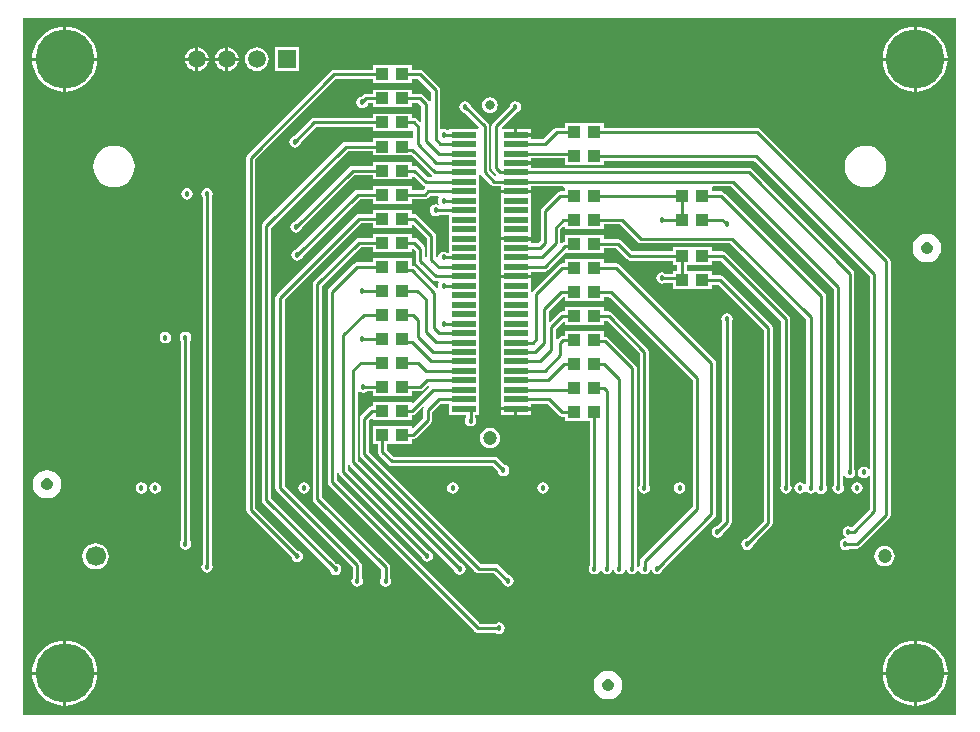
<source format=gbl>
G04*
G04 #@! TF.GenerationSoftware,Altium Limited,Altium Designer,19.0.15 (446)*
G04*
G04 Layer_Physical_Order=4*
G04 Layer_Color=16711680*
%FSLAX43Y43*%
%MOMM*%
G71*
G01*
G75*
%ADD14C,0.254*%
%ADD17R,1.100X1.000*%
%ADD33C,1.700*%
%ADD35C,0.800*%
%ADD37C,1.200*%
%ADD38C,5.000*%
%ADD39R,1.500X1.500*%
%ADD40C,1.500*%
%ADD41C,0.457*%
%ADD42R,2.000X0.500*%
G36*
X79500Y500D02*
X500D01*
Y59500D01*
X79500D01*
Y500D01*
D02*
G37*
%LPC*%
G36*
X76127Y58753D02*
Y56127D01*
X78753D01*
X78729Y56432D01*
X78627Y56854D01*
X78461Y57254D01*
X78235Y57624D01*
X77953Y57953D01*
X77624Y58235D01*
X77254Y58461D01*
X76854Y58627D01*
X76432Y58729D01*
X76127Y58753D01*
D02*
G37*
G36*
X75873D02*
X75568Y58729D01*
X75146Y58627D01*
X74746Y58461D01*
X74376Y58235D01*
X74047Y57953D01*
X73765Y57624D01*
X73539Y57254D01*
X73373Y56854D01*
X73271Y56432D01*
X73247Y56127D01*
X75873D01*
Y58753D01*
D02*
G37*
G36*
X4127D02*
Y56127D01*
X6753D01*
X6729Y56432D01*
X6627Y56854D01*
X6461Y57254D01*
X6235Y57624D01*
X5953Y57953D01*
X5624Y58235D01*
X5254Y58461D01*
X4854Y58627D01*
X4432Y58729D01*
X4127Y58753D01*
D02*
G37*
G36*
X3873D02*
X3568Y58729D01*
X3146Y58627D01*
X2746Y58461D01*
X2376Y58235D01*
X2047Y57953D01*
X1765Y57624D01*
X1539Y57254D01*
X1373Y56854D01*
X1271Y56432D01*
X1247Y56127D01*
X3873D01*
Y58753D01*
D02*
G37*
G36*
X15319Y56996D02*
Y56127D01*
X16188D01*
X16170Y56262D01*
X16069Y56506D01*
X15908Y56716D01*
X15698Y56877D01*
X15454Y56978D01*
X15319Y56996D01*
D02*
G37*
G36*
X17859D02*
Y56127D01*
X18728D01*
X18710Y56262D01*
X18609Y56506D01*
X18448Y56716D01*
X18238Y56877D01*
X17994Y56978D01*
X17859Y56996D01*
D02*
G37*
G36*
X15065Y56996D02*
X14930Y56978D01*
X14686Y56877D01*
X14476Y56716D01*
X14315Y56506D01*
X14214Y56262D01*
X14196Y56127D01*
X15065D01*
Y56996D01*
D02*
G37*
G36*
X17605D02*
X17470Y56978D01*
X17226Y56877D01*
X17016Y56716D01*
X16855Y56506D01*
X16754Y56262D01*
X16736Y56127D01*
X17605D01*
Y56996D01*
D02*
G37*
G36*
X18728Y55873D02*
X17859D01*
Y55004D01*
X17994Y55022D01*
X18238Y55123D01*
X18448Y55284D01*
X18609Y55494D01*
X18710Y55738D01*
X18728Y55873D01*
D02*
G37*
G36*
X16188D02*
X15319D01*
Y55004D01*
X15454Y55022D01*
X15698Y55123D01*
X15908Y55284D01*
X16069Y55494D01*
X16170Y55738D01*
X16188Y55873D01*
D02*
G37*
G36*
X17605D02*
X16736D01*
X16754Y55738D01*
X16855Y55494D01*
X17016Y55284D01*
X17226Y55123D01*
X17470Y55022D01*
X17605Y55004D01*
Y55873D01*
D02*
G37*
G36*
X15065D02*
X14196D01*
X14214Y55738D01*
X14315Y55494D01*
X14476Y55284D01*
X14686Y55123D01*
X14930Y55022D01*
X15065Y55004D01*
Y55873D01*
D02*
G37*
G36*
X23816Y57004D02*
X21808D01*
Y54996D01*
X23816D01*
Y57004D01*
D02*
G37*
G36*
X20272Y57013D02*
X20010Y56978D01*
X19766Y56877D01*
X19556Y56716D01*
X19395Y56506D01*
X19294Y56262D01*
X19259Y56000D01*
X19294Y55738D01*
X19395Y55494D01*
X19556Y55284D01*
X19766Y55123D01*
X20010Y55022D01*
X20272Y54987D01*
X20534Y55022D01*
X20778Y55123D01*
X20988Y55284D01*
X21149Y55494D01*
X21250Y55738D01*
X21285Y56000D01*
X21250Y56262D01*
X21149Y56506D01*
X20988Y56716D01*
X20778Y56877D01*
X20534Y56978D01*
X20272Y57013D01*
D02*
G37*
G36*
X78753Y55873D02*
X76127D01*
Y53247D01*
X76432Y53271D01*
X76854Y53373D01*
X77254Y53539D01*
X77624Y53765D01*
X77953Y54047D01*
X78235Y54376D01*
X78461Y54746D01*
X78627Y55146D01*
X78729Y55568D01*
X78753Y55873D01*
D02*
G37*
G36*
X75873D02*
X73247D01*
X73271Y55568D01*
X73373Y55146D01*
X73539Y54746D01*
X73765Y54376D01*
X74047Y54047D01*
X74376Y53765D01*
X74746Y53539D01*
X75146Y53373D01*
X75568Y53271D01*
X75873Y53247D01*
Y55873D01*
D02*
G37*
G36*
X6753D02*
X4127D01*
Y53247D01*
X4432Y53271D01*
X4854Y53373D01*
X5254Y53539D01*
X5624Y53765D01*
X5953Y54047D01*
X6235Y54376D01*
X6461Y54746D01*
X6627Y55146D01*
X6729Y55568D01*
X6753Y55873D01*
D02*
G37*
G36*
X3873D02*
X1247D01*
X1271Y55568D01*
X1373Y55146D01*
X1539Y54746D01*
X1765Y54376D01*
X2047Y54047D01*
X2376Y53765D01*
X2746Y53539D01*
X3146Y53373D01*
X3568Y53271D01*
X3873Y53247D01*
Y55873D01*
D02*
G37*
G36*
X31787Y55458D02*
X31695D01*
X31660Y55458D01*
X30087D01*
Y55092D01*
X26805D01*
X26656Y55063D01*
X26530Y54979D01*
X19489Y47938D01*
X19405Y47812D01*
X19376Y47663D01*
X19376Y17828D01*
X19405Y17679D01*
X19489Y17553D01*
X23219Y13823D01*
X23242Y13707D01*
X23349Y13547D01*
X23509Y13441D01*
X23697Y13403D01*
X23885Y13441D01*
X24045Y13547D01*
X24152Y13707D01*
X24189Y13895D01*
X24152Y14083D01*
X24045Y14243D01*
X23885Y14350D01*
X23769Y14373D01*
X20152Y17989D01*
X20152Y47502D01*
X26966Y54315D01*
X30087D01*
Y53950D01*
X31660D01*
X31695Y53950D01*
X31787D01*
X31822Y53950D01*
X33395D01*
Y54315D01*
X33913D01*
X35012Y53217D01*
Y52444D01*
X34885Y52406D01*
X34848Y52461D01*
X34366Y52943D01*
X34240Y53027D01*
X34091Y53056D01*
X33395D01*
Y53422D01*
X31822D01*
X31787Y53422D01*
X31695D01*
X31660Y53422D01*
X30087D01*
Y53056D01*
X29535D01*
X29386Y53027D01*
X29260Y52943D01*
X29119Y52802D01*
X29003Y52779D01*
X28843Y52672D01*
X28736Y52512D01*
X28699Y52324D01*
X28736Y52136D01*
X28843Y51976D01*
X29003Y51869D01*
X29191Y51832D01*
X29379Y51869D01*
X29539Y51976D01*
X29646Y52136D01*
X29669Y52252D01*
X29696Y52279D01*
X30087D01*
Y51914D01*
X31660D01*
X31695Y51914D01*
X31787D01*
X31822Y51914D01*
X33395D01*
Y52279D01*
X33930D01*
X34185Y52025D01*
Y50716D01*
X34058Y50664D01*
X33815Y50907D01*
X33689Y50991D01*
X33540Y51020D01*
X33395D01*
Y51386D01*
X31822D01*
X31787Y51386D01*
X31695D01*
X31660Y51386D01*
X30087D01*
Y51020D01*
X25134D01*
X24985Y50991D01*
X24859Y50907D01*
X23423Y49471D01*
X23307Y49448D01*
X23147Y49341D01*
X23040Y49181D01*
X23003Y48993D01*
X23040Y48805D01*
X23147Y48645D01*
X23307Y48539D01*
X23495Y48501D01*
X23683Y48539D01*
X23843Y48645D01*
X23950Y48805D01*
X23973Y48921D01*
X25295Y50243D01*
X30087D01*
Y49878D01*
X31660D01*
X31695Y49878D01*
X31787D01*
X31822Y49878D01*
X33395D01*
Y49878D01*
X33521Y49875D01*
Y49352D01*
X33395Y49350D01*
Y49350D01*
X31822D01*
X31787Y49350D01*
X31695D01*
X31660Y49350D01*
X30087D01*
Y48984D01*
X27797D01*
X27648Y48955D01*
X27522Y48871D01*
X20807Y42156D01*
X20723Y42030D01*
X20694Y41881D01*
Y18669D01*
X20723Y18520D01*
X20807Y18394D01*
X26461Y12741D01*
X26484Y12624D01*
X26591Y12465D01*
X26750Y12358D01*
X26938Y12321D01*
X27127Y12358D01*
X27286Y12465D01*
X27393Y12624D01*
X27430Y12812D01*
X27393Y13001D01*
X27286Y13160D01*
X27127Y13267D01*
X27010Y13290D01*
X21470Y18830D01*
Y41720D01*
X27958Y48207D01*
X30087D01*
Y47842D01*
X31660D01*
X31695Y47842D01*
X31787D01*
X31822Y47842D01*
X33379D01*
X35092Y46128D01*
X35107Y46118D01*
X35069Y45991D01*
X34734D01*
X33891Y46835D01*
X33765Y46919D01*
X33616Y46948D01*
X33395D01*
Y47314D01*
X31822D01*
X31787Y47314D01*
X31695D01*
X31660Y47314D01*
X30087D01*
Y46948D01*
X28372D01*
X28223Y46919D01*
X28097Y46835D01*
X23522Y42260D01*
X23406Y42237D01*
X23246Y42130D01*
X23139Y41970D01*
X23102Y41782D01*
X23139Y41594D01*
X23246Y41434D01*
X23406Y41328D01*
X23594Y41290D01*
X23782Y41328D01*
X23942Y41434D01*
X24048Y41594D01*
X24072Y41710D01*
X28533Y46171D01*
X30087D01*
Y45806D01*
X31660D01*
X31695Y45806D01*
X31787D01*
X31822Y45806D01*
X33395D01*
Y46052D01*
X33522Y46105D01*
X34298Y45328D01*
X34424Y45244D01*
X34480Y45233D01*
X34507Y45098D01*
X34476Y45078D01*
X34311Y44912D01*
X33395D01*
Y45278D01*
X31822D01*
X31787Y45278D01*
X31695D01*
X31660Y45278D01*
X30087D01*
Y44912D01*
X28805D01*
X28656Y44883D01*
X28530Y44799D01*
X23614Y39882D01*
X23497Y39859D01*
X23338Y39752D01*
X23231Y39593D01*
X23194Y39404D01*
X23231Y39216D01*
X23338Y39057D01*
X23497Y38950D01*
X23685Y38913D01*
X23874Y38950D01*
X24033Y39057D01*
X24140Y39216D01*
X24163Y39333D01*
X28966Y44135D01*
X30087D01*
Y43770D01*
X31660D01*
X31695Y43770D01*
X31787D01*
X31822Y43770D01*
X33395D01*
Y44135D01*
X34472D01*
X34621Y44165D01*
X34747Y44249D01*
X34912Y44414D01*
X35644D01*
X35712Y44287D01*
X35645Y44188D01*
X35608Y44000D01*
X35645Y43812D01*
X35697Y43735D01*
X35606Y43643D01*
X35588Y43655D01*
X35400Y43692D01*
X35212Y43655D01*
X35052Y43548D01*
X34945Y43388D01*
X34908Y43200D01*
X34945Y43012D01*
X35052Y42852D01*
X35212Y42745D01*
X35400Y42708D01*
X35588Y42745D01*
X35687Y42812D01*
X36546D01*
Y41896D01*
Y41096D01*
Y40296D01*
Y39588D01*
X36387D01*
X36288Y39655D01*
X36100Y39692D01*
X35912Y39655D01*
X35752Y39548D01*
X35645Y39388D01*
X35623Y39273D01*
X35486Y39212D01*
X35440Y39242D01*
Y41026D01*
X35411Y41174D01*
X35327Y41300D01*
X33864Y42763D01*
X33738Y42847D01*
X33590Y42876D01*
X33395D01*
Y43242D01*
X31822D01*
X31787Y43242D01*
X31695D01*
X31660Y43242D01*
X30087D01*
Y42876D01*
X28928D01*
X28779Y42847D01*
X28653Y42763D01*
X21950Y36060D01*
X21866Y35934D01*
X21837Y35785D01*
Y19685D01*
X21866Y19536D01*
X21950Y19410D01*
X28376Y12985D01*
Y12092D01*
X28309Y11993D01*
X28272Y11805D01*
X28309Y11617D01*
X28416Y11457D01*
X28576Y11351D01*
X28764Y11313D01*
X28952Y11351D01*
X29112Y11457D01*
X29219Y11617D01*
X29256Y11805D01*
X29219Y11993D01*
X29152Y12092D01*
Y13146D01*
X29123Y13295D01*
X29039Y13421D01*
X22613Y19846D01*
Y35624D01*
X29089Y42099D01*
X30087D01*
Y41734D01*
X31660D01*
X31695Y41734D01*
X31787D01*
X31822Y41734D01*
X33395D01*
Y41954D01*
X33522Y42006D01*
X34664Y40865D01*
Y39220D01*
X34537Y39152D01*
X34513Y39168D01*
Y39930D01*
X34484Y40079D01*
X34400Y40205D01*
X33878Y40727D01*
X33752Y40811D01*
X33603Y40840D01*
X33395D01*
Y41206D01*
X31822D01*
X31787Y41206D01*
X31695D01*
X31660Y41206D01*
X30087D01*
Y40840D01*
X28924D01*
X28775Y40811D01*
X28649Y40727D01*
X25125Y37203D01*
X25041Y37077D01*
X25012Y36928D01*
Y18764D01*
X25041Y18615D01*
X25125Y18489D01*
X30776Y12839D01*
Y12092D01*
X30709Y11993D01*
X30672Y11805D01*
X30709Y11617D01*
X30816Y11457D01*
X30976Y11351D01*
X31164Y11313D01*
X31352Y11351D01*
X31512Y11457D01*
X31618Y11617D01*
X31656Y11805D01*
X31618Y11993D01*
X31552Y12092D01*
Y13000D01*
X31523Y13149D01*
X31439Y13275D01*
X25788Y18925D01*
Y36767D01*
X29085Y40063D01*
X30087D01*
Y39698D01*
X31660D01*
X31695Y39698D01*
X31787D01*
X31822Y39698D01*
X33395D01*
Y39931D01*
X33522Y39984D01*
X33737Y39769D01*
Y38902D01*
X33766Y38753D01*
X33850Y38627D01*
X35152Y37325D01*
X35278Y37241D01*
X35427Y37212D01*
X35642D01*
X35710Y37085D01*
X35645Y36988D01*
X35608Y36800D01*
X35620Y36742D01*
X35520Y36597D01*
X35495Y36593D01*
X33713Y38375D01*
X33587Y38459D01*
X33439Y38488D01*
X33395D01*
Y39170D01*
X31822D01*
X31787Y39170D01*
X31695D01*
X31660Y39170D01*
X30087D01*
Y38788D01*
X28764D01*
X28615Y38759D01*
X28489Y38675D01*
X26389Y36575D01*
X26305Y36449D01*
X26276Y36300D01*
Y20170D01*
X26305Y20021D01*
X26389Y19895D01*
X38754Y7530D01*
X38880Y7446D01*
X39029Y7417D01*
X40480D01*
X40579Y7351D01*
X40767Y7313D01*
X40955Y7351D01*
X41115Y7457D01*
X41222Y7617D01*
X41259Y7805D01*
X41222Y7993D01*
X41115Y8153D01*
X40955Y8260D01*
X40767Y8297D01*
X40579Y8260D01*
X40480Y8193D01*
X39190D01*
X27052Y20331D01*
Y21016D01*
X27179Y21028D01*
X27205Y20899D01*
X27289Y20773D01*
X34216Y13846D01*
X34239Y13730D01*
X34346Y13570D01*
X34506Y13464D01*
X34694Y13426D01*
X34882Y13464D01*
X35042Y13570D01*
X35148Y13730D01*
X35186Y13918D01*
X35148Y14106D01*
X35042Y14266D01*
X34882Y14373D01*
X34766Y14396D01*
X27952Y21209D01*
Y21732D01*
X28079Y21745D01*
X28089Y21696D01*
X28173Y21570D01*
X36969Y12775D01*
X36992Y12658D01*
X37099Y12499D01*
X37258Y12392D01*
X37446Y12355D01*
X37635Y12392D01*
X37794Y12499D01*
X37901Y12658D01*
X37938Y12847D01*
X37901Y13035D01*
X37794Y13194D01*
X37635Y13301D01*
X37518Y13324D01*
X28836Y22006D01*
Y27852D01*
X28963Y27892D01*
X29100Y27801D01*
X29288Y27764D01*
X29476Y27801D01*
X29575Y27867D01*
X30087D01*
Y27502D01*
X31660D01*
X31695Y27502D01*
X31787D01*
X31822Y27502D01*
X33395D01*
Y27867D01*
X34098D01*
X34247Y27897D01*
X34373Y27981D01*
X34785Y28394D01*
X34864Y28384D01*
X34886Y28349D01*
X34909Y28254D01*
X33512Y26856D01*
X33395Y26905D01*
Y26978D01*
X31822D01*
X31787Y26978D01*
X31695D01*
X31660Y26978D01*
X30087D01*
Y26612D01*
X30037D01*
X29888Y26583D01*
X29762Y26499D01*
X29089Y25826D01*
X29005Y25700D01*
X28976Y25551D01*
Y22550D01*
X29005Y22401D01*
X29089Y22275D01*
X38774Y12590D01*
X38900Y12506D01*
X39049Y12477D01*
X40314D01*
X41057Y11733D01*
X41074Y11647D01*
X41181Y11487D01*
X41341Y11380D01*
X41529Y11343D01*
X41717Y11380D01*
X41877Y11487D01*
X41984Y11647D01*
X42021Y11835D01*
X41984Y12023D01*
X41877Y12183D01*
X41717Y12290D01*
X41571Y12319D01*
X40750Y13140D01*
X40624Y13224D01*
X40475Y13253D01*
X39210D01*
X29752Y22711D01*
Y25390D01*
X29969Y25607D01*
X30087Y25558D01*
Y25470D01*
X31660D01*
X31695Y25470D01*
X31787D01*
X31822Y25470D01*
X33395D01*
Y25835D01*
X33429D01*
X33578Y25865D01*
X33704Y25949D01*
X34348Y26593D01*
X34446Y26512D01*
X34377Y26409D01*
X34347Y26260D01*
Y25626D01*
X33512Y24790D01*
X33395Y24839D01*
Y24946D01*
X31822D01*
X31787Y24946D01*
X31695D01*
X31660Y24946D01*
X30087D01*
Y23438D01*
X30502D01*
Y22769D01*
X30532Y22621D01*
X30616Y22495D01*
X31443Y21667D01*
X31569Y21583D01*
X31718Y21554D01*
X40225D01*
X40670Y21108D01*
X40693Y20992D01*
X40800Y20832D01*
X40960Y20726D01*
X41148Y20688D01*
X41336Y20726D01*
X41496Y20832D01*
X41603Y20992D01*
X41640Y21180D01*
X41603Y21368D01*
X41496Y21528D01*
X41336Y21635D01*
X41220Y21658D01*
X40661Y22217D01*
X40535Y22301D01*
X40386Y22330D01*
X31879D01*
X31279Y22930D01*
Y23438D01*
X31660D01*
X31695Y23438D01*
X31787D01*
X31822Y23438D01*
X33395D01*
Y23804D01*
X33463D01*
X33612Y23833D01*
X33738Y23917D01*
X35011Y25190D01*
X35095Y25316D01*
X35124Y25465D01*
Y26099D01*
X35837Y26812D01*
X36546D01*
Y25896D01*
X37976D01*
Y25677D01*
X37909Y25578D01*
X37872Y25390D01*
X37909Y25202D01*
X38016Y25042D01*
X38176Y24936D01*
X38364Y24898D01*
X38552Y24936D01*
X38712Y25042D01*
X38819Y25202D01*
X38856Y25390D01*
X38819Y25578D01*
X38752Y25677D01*
Y25896D01*
X39054D01*
Y26696D01*
Y27496D01*
Y28296D01*
Y29096D01*
Y29896D01*
Y30696D01*
Y31496D01*
Y32296D01*
Y33096D01*
Y33896D01*
Y34696D01*
Y35496D01*
Y36296D01*
Y37096D01*
Y37896D01*
Y38696D01*
Y39496D01*
Y40296D01*
Y41096D01*
Y41896D01*
Y42696D01*
Y43496D01*
Y44296D01*
Y45096D01*
Y46374D01*
X39181Y46386D01*
X39205Y46265D01*
X39289Y46139D01*
X40103Y45325D01*
X40229Y45241D01*
X40377Y45212D01*
X40946D01*
Y44927D01*
X43454D01*
Y45212D01*
X46229D01*
X46341Y45085D01*
Y44810D01*
X45975D01*
X45826Y44781D01*
X45700Y44697D01*
X44435Y43432D01*
X44351Y43306D01*
X44322Y43157D01*
Y40612D01*
X44098Y40388D01*
X43454D01*
Y40673D01*
X40946D01*
Y40296D01*
Y39496D01*
Y38696D01*
Y37896D01*
Y37727D01*
X43454D01*
Y38012D01*
X44634D01*
X44783Y38041D01*
X44909Y38125D01*
X46379Y39596D01*
X47914D01*
X47949Y39596D01*
X48041D01*
X48076Y39596D01*
X49649D01*
Y39961D01*
X50713D01*
X51617Y39057D01*
X51743Y38973D01*
X51892Y38944D01*
X55469D01*
Y38578D01*
X55885D01*
Y38050D01*
X55469D01*
Y37842D01*
X54851D01*
X54752Y37908D01*
X54564Y37945D01*
X54376Y37908D01*
X54216Y37801D01*
X54109Y37641D01*
X54072Y37453D01*
X54109Y37265D01*
X54216Y37105D01*
X54376Y36999D01*
X54564Y36961D01*
X54752Y36999D01*
X54851Y37065D01*
X55469D01*
Y36542D01*
X57042D01*
X57077Y36542D01*
X57169D01*
X57204Y36542D01*
X58777D01*
Y36908D01*
X59365D01*
X63176Y33097D01*
Y16862D01*
X62082Y15769D01*
X61716Y15403D01*
X61600Y15380D01*
X61440Y15273D01*
X61333Y15113D01*
X61296Y14925D01*
X61333Y14737D01*
X61440Y14577D01*
X61600Y14470D01*
X61788Y14433D01*
X61976Y14470D01*
X62136Y14577D01*
X62243Y14737D01*
X62266Y14853D01*
X62632Y15219D01*
X63839Y16426D01*
X63923Y16552D01*
X63952Y16701D01*
Y33258D01*
X63923Y33407D01*
X63839Y33533D01*
X59801Y37571D01*
X59675Y37655D01*
X59526Y37685D01*
X58777D01*
Y38050D01*
X57204D01*
X57169Y38050D01*
X57077D01*
X57042Y38050D01*
X56661D01*
Y38578D01*
X57042D01*
X57077Y38578D01*
X57169D01*
X57204Y38578D01*
X58777D01*
Y38944D01*
X59538D01*
X64676Y33806D01*
Y19972D01*
X64609Y19873D01*
X64572Y19685D01*
X64609Y19497D01*
X64716Y19337D01*
X64876Y19230D01*
X65064Y19193D01*
X65252Y19230D01*
X65412Y19337D01*
X65519Y19497D01*
X65556Y19685D01*
X65519Y19873D01*
X65452Y19972D01*
Y33967D01*
X65423Y34116D01*
X65339Y34242D01*
X59974Y39607D01*
X59848Y39691D01*
X59699Y39721D01*
X58777D01*
Y40086D01*
X57204D01*
X57169Y40086D01*
X57077D01*
X57042Y40086D01*
X55469D01*
Y39721D01*
X52053D01*
X51149Y40625D01*
X51023Y40709D01*
X50874Y40738D01*
X49649D01*
Y41104D01*
X48076D01*
X48041Y41104D01*
X47949D01*
X47914Y41104D01*
X46341D01*
Y40516D01*
X46217Y40491D01*
X46091Y40407D01*
X46079Y40395D01*
X45952Y40447D01*
Y41576D01*
X46224Y41848D01*
X46341Y41799D01*
Y41632D01*
X47914D01*
X47949Y41632D01*
X48041D01*
X48076Y41632D01*
X49649D01*
Y41997D01*
X51052D01*
X52524Y40525D01*
X52650Y40441D01*
X52799Y40412D01*
X60356D01*
X66795Y33973D01*
Y20094D01*
X66751Y20053D01*
X66612Y20033D01*
X66452Y20140D01*
X66264Y20177D01*
X66076Y20140D01*
X65916Y20033D01*
X65809Y19873D01*
X65772Y19685D01*
X65809Y19497D01*
X65916Y19337D01*
X66076Y19230D01*
X66264Y19193D01*
X66452Y19230D01*
X66612Y19337D01*
X66647Y19390D01*
X66800D01*
X66835Y19337D01*
X66995Y19230D01*
X67183Y19193D01*
X67371Y19230D01*
X67531Y19337D01*
X67550Y19366D01*
X67677D01*
X67716Y19308D01*
X67876Y19201D01*
X68064Y19164D01*
X68252Y19201D01*
X68412Y19308D01*
X68519Y19468D01*
X68556Y19656D01*
X68519Y19844D01*
X68452Y19943D01*
Y35920D01*
X68423Y36069D01*
X68339Y36195D01*
X59837Y44697D01*
X59711Y44781D01*
X59562Y44811D01*
X58867D01*
X58777Y44900D01*
X58777Y45176D01*
X58889Y45212D01*
X60403D01*
X69112Y36503D01*
Y19972D01*
X69046Y19873D01*
X69008Y19685D01*
X69046Y19497D01*
X69152Y19337D01*
X69312Y19230D01*
X69500Y19193D01*
X69688Y19230D01*
X69848Y19337D01*
X69955Y19497D01*
X69992Y19685D01*
X69955Y19873D01*
X69888Y19972D01*
Y20728D01*
X70006Y20804D01*
X70015Y20803D01*
X70116Y20652D01*
X70276Y20545D01*
X70464Y20508D01*
X70652Y20545D01*
X70812Y20652D01*
X70919Y20812D01*
X70956Y21000D01*
X70919Y21188D01*
X70852Y21287D01*
Y37838D01*
X70823Y37987D01*
X70739Y38113D01*
X62177Y46675D01*
X62051Y46759D01*
X61902Y46788D01*
X43454Y46788D01*
Y47073D01*
X42200D01*
Y47327D01*
X43454D01*
Y47614D01*
X46341D01*
Y47008D01*
X47914D01*
X47949Y47008D01*
X48041D01*
X48076Y47008D01*
X49649D01*
Y47373D01*
X62403D01*
X72176Y37601D01*
Y21332D01*
X72049Y21293D01*
X72012Y21348D01*
X71852Y21455D01*
X71664Y21492D01*
X71476Y21455D01*
X71316Y21348D01*
X71209Y21188D01*
X71172Y21000D01*
X71209Y20812D01*
X71316Y20652D01*
X71476Y20545D01*
X71664Y20508D01*
X71852Y20545D01*
X72012Y20652D01*
X72049Y20707D01*
X72176Y20669D01*
Y17861D01*
X70658Y16343D01*
X70645D01*
X70546Y16410D01*
X70358Y16447D01*
X70170Y16410D01*
X70010Y16303D01*
X69903Y16143D01*
X69866Y15955D01*
X69903Y15767D01*
X70010Y15607D01*
X70113Y15538D01*
X70111Y15507D01*
X70075Y15411D01*
X69916Y15380D01*
X69756Y15273D01*
X69649Y15113D01*
X69612Y14925D01*
X69649Y14737D01*
X69756Y14577D01*
X69916Y14470D01*
X70104Y14433D01*
X70292Y14470D01*
X70391Y14537D01*
X71059D01*
X71208Y14566D01*
X71334Y14650D01*
X73808Y17124D01*
X73892Y17250D01*
X73921Y17399D01*
Y38878D01*
X73892Y39027D01*
X73808Y39153D01*
X62888Y50073D01*
X62762Y50157D01*
X62613Y50186D01*
X49649D01*
Y50552D01*
X48076D01*
X48041Y50552D01*
X47949D01*
X47914Y50552D01*
X46341D01*
Y50186D01*
X45688D01*
X45539Y50157D01*
X45413Y50073D01*
X44532Y49191D01*
X43454D01*
Y49473D01*
X42200D01*
Y49600D01*
X42073D01*
Y50104D01*
X41054D01*
X41001Y50231D01*
X42236Y51465D01*
X42352Y51488D01*
X42512Y51595D01*
X42619Y51755D01*
X42656Y51943D01*
X42619Y52131D01*
X42512Y52291D01*
X42352Y52398D01*
X42164Y52435D01*
X41976Y52398D01*
X41816Y52291D01*
X41709Y52131D01*
X41686Y52015D01*
X40238Y50567D01*
X40154Y50441D01*
X40125Y50292D01*
Y46781D01*
X40154Y46632D01*
X40238Y46506D01*
X40550Y46195D01*
X40511Y46054D01*
X40480Y46046D01*
X39952Y46574D01*
Y50292D01*
X39923Y50441D01*
X39839Y50567D01*
X38391Y52015D01*
X38368Y52131D01*
X38261Y52291D01*
X38101Y52398D01*
X37913Y52435D01*
X37725Y52398D01*
X37565Y52291D01*
X37458Y52131D01*
X37421Y51943D01*
X37458Y51755D01*
X37565Y51595D01*
X37725Y51488D01*
X37841Y51465D01*
X39091Y50216D01*
X39023Y50104D01*
X36546D01*
Y49988D01*
X36387D01*
X36288Y50055D01*
X36100Y50092D01*
X35915Y50055D01*
X35893Y50052D01*
X35788Y50123D01*
Y53378D01*
X35759Y53526D01*
X35675Y53652D01*
X34348Y54979D01*
X34222Y55063D01*
X34074Y55092D01*
X33395D01*
Y55458D01*
X31822D01*
X31787Y55458D01*
D02*
G37*
G36*
X40000Y52760D02*
X39829Y52737D01*
X39670Y52671D01*
X39534Y52567D01*
X39429Y52430D01*
X39363Y52271D01*
X39340Y52100D01*
X39363Y51929D01*
X39429Y51770D01*
X39534Y51634D01*
X39670Y51529D01*
X39829Y51463D01*
X40000Y51440D01*
X40171Y51463D01*
X40330Y51529D01*
X40466Y51634D01*
X40571Y51770D01*
X40637Y51929D01*
X40660Y52100D01*
X40637Y52271D01*
X40571Y52430D01*
X40466Y52567D01*
X40330Y52671D01*
X40171Y52737D01*
X40000Y52760D01*
D02*
G37*
G36*
X43454Y50104D02*
X42327D01*
Y49727D01*
X43454D01*
Y50104D01*
D02*
G37*
G36*
X71813Y48667D02*
X71469Y48634D01*
X71139Y48533D01*
X70834Y48370D01*
X70567Y48151D01*
X70348Y47884D01*
X70185Y47579D01*
X70084Y47249D01*
X70051Y46905D01*
X70084Y46561D01*
X70185Y46231D01*
X70348Y45926D01*
X70567Y45659D01*
X70834Y45440D01*
X71139Y45277D01*
X71469Y45176D01*
X71813Y45143D01*
X72157Y45176D01*
X72487Y45277D01*
X72792Y45440D01*
X73059Y45659D01*
X73278Y45926D01*
X73441Y46231D01*
X73542Y46561D01*
X73575Y46905D01*
X73542Y47249D01*
X73441Y47579D01*
X73278Y47884D01*
X73059Y48151D01*
X72792Y48370D01*
X72487Y48533D01*
X72157Y48634D01*
X71813Y48667D01*
D02*
G37*
G36*
X8173D02*
X7829Y48634D01*
X7499Y48533D01*
X7194Y48370D01*
X6927Y48151D01*
X6708Y47884D01*
X6545Y47579D01*
X6444Y47249D01*
X6411Y46905D01*
X6444Y46561D01*
X6545Y46231D01*
X6708Y45926D01*
X6927Y45659D01*
X7194Y45440D01*
X7499Y45277D01*
X7829Y45176D01*
X8173Y45143D01*
X8517Y45176D01*
X8847Y45277D01*
X9152Y45440D01*
X9419Y45659D01*
X9638Y45926D01*
X9801Y46231D01*
X9902Y46561D01*
X9935Y46905D01*
X9902Y47249D01*
X9801Y47579D01*
X9638Y47884D01*
X9419Y48151D01*
X9152Y48370D01*
X8847Y48533D01*
X8517Y48634D01*
X8173Y48667D01*
D02*
G37*
G36*
X14363Y45088D02*
X14175Y45051D01*
X14015Y44944D01*
X13909Y44784D01*
X13871Y44596D01*
X13909Y44408D01*
X14015Y44248D01*
X14175Y44141D01*
X14363Y44104D01*
X14552Y44141D01*
X14711Y44248D01*
X14818Y44408D01*
X14855Y44596D01*
X14818Y44784D01*
X14711Y44944D01*
X14552Y45051D01*
X14363Y45088D01*
D02*
G37*
G36*
X43454Y44673D02*
X40946D01*
Y44296D01*
Y43496D01*
Y42696D01*
Y41896D01*
Y41096D01*
Y40927D01*
X43454D01*
Y41096D01*
Y41896D01*
Y42696D01*
Y43496D01*
Y44296D01*
Y44673D01*
D02*
G37*
G36*
X76882Y41200D02*
X76650Y41154D01*
X76432Y41063D01*
X76235Y40932D01*
X76068Y40765D01*
X75937Y40568D01*
X75846Y40350D01*
X75800Y40118D01*
X75800Y40000D01*
X75800Y39882D01*
X75846Y39650D01*
X75937Y39432D01*
X76068Y39235D01*
X76235Y39068D01*
X76432Y38937D01*
X76650Y38846D01*
X76882Y38800D01*
X77000Y38800D01*
X77118D01*
X77350Y38846D01*
X77568Y38937D01*
X77765Y39068D01*
X77932Y39235D01*
X78063Y39432D01*
X78154Y39650D01*
X78200Y39882D01*
Y40000D01*
X78200Y40000D01*
X78200Y40118D01*
X78154Y40350D01*
X78063Y40568D01*
X77932Y40765D01*
X77765Y40932D01*
X77568Y41063D01*
X77350Y41154D01*
X77118Y41200D01*
X77000Y41200D01*
X77000Y41200D01*
X76882Y41200D01*
D02*
G37*
G36*
X48041Y39068D02*
X47949D01*
X47914Y39068D01*
X46341D01*
Y38702D01*
X46136D01*
X45987Y38673D01*
X45861Y38589D01*
X43625Y36353D01*
X43581Y36286D01*
X43528Y36290D01*
X43454Y36325D01*
Y37096D01*
Y37473D01*
X40946D01*
Y37096D01*
Y36296D01*
Y35496D01*
Y34696D01*
Y33896D01*
Y33096D01*
Y32296D01*
Y31496D01*
Y30696D01*
Y29896D01*
Y29096D01*
Y28296D01*
Y27496D01*
Y26696D01*
Y26527D01*
X43454D01*
Y26814D01*
X44821D01*
X45813Y25822D01*
X45939Y25738D01*
X46088Y25708D01*
X46341D01*
Y25343D01*
X47914D01*
X47949Y25343D01*
X48041D01*
X48076Y25343D01*
X48457D01*
Y13147D01*
X48395Y13053D01*
X48357Y12865D01*
X48395Y12677D01*
X48501Y12517D01*
X48661Y12410D01*
X48849Y12373D01*
X49037Y12410D01*
X49197Y12517D01*
X49304Y12677D01*
X49315Y12736D01*
X49445D01*
X49456Y12677D01*
X49563Y12517D01*
X49723Y12410D01*
X49911Y12373D01*
X50099Y12410D01*
X50259Y12517D01*
X50366Y12677D01*
X50378Y12737D01*
X50507D01*
X50519Y12677D01*
X50626Y12517D01*
X50785Y12410D01*
X50973Y12373D01*
X51162Y12410D01*
X51321Y12517D01*
X51428Y12677D01*
X51440Y12735D01*
X51569D01*
X51580Y12677D01*
X51687Y12517D01*
X51847Y12410D01*
X52035Y12373D01*
X52223Y12410D01*
X52383Y12517D01*
X52489Y12677D01*
X52502Y12738D01*
X52631D01*
X52643Y12677D01*
X52750Y12517D01*
X52910Y12410D01*
X53098Y12373D01*
X53286Y12410D01*
X53446Y12517D01*
X53553Y12677D01*
X53564Y12736D01*
X53694D01*
X53706Y12677D01*
X53812Y12517D01*
X53972Y12410D01*
X54160Y12373D01*
X54348Y12410D01*
X54508Y12517D01*
X54615Y12677D01*
X54638Y12793D01*
X59039Y17194D01*
X59123Y17320D01*
X59152Y17469D01*
Y30263D01*
X59123Y30412D01*
X59039Y30538D01*
X50988Y38589D01*
X50862Y38673D01*
X50713Y38702D01*
X49649D01*
Y39068D01*
X48076D01*
X48041Y39068D01*
D02*
G37*
G36*
X12527Y32913D02*
X12339Y32876D01*
X12179Y32769D01*
X12073Y32609D01*
X12035Y32421D01*
X12073Y32233D01*
X12179Y32073D01*
X12339Y31967D01*
X12527Y31929D01*
X12715Y31967D01*
X12875Y32073D01*
X12982Y32233D01*
X13019Y32421D01*
X12982Y32609D01*
X12875Y32769D01*
X12715Y32876D01*
X12527Y32913D01*
D02*
G37*
G36*
X43454Y26273D02*
X42327D01*
Y25896D01*
X43454D01*
Y26273D01*
D02*
G37*
G36*
X42073D02*
X40946D01*
Y25896D01*
X42073D01*
Y26273D01*
D02*
G37*
G36*
X40000Y24761D02*
X39777Y24732D01*
X39569Y24646D01*
X39391Y24509D01*
X39254Y24331D01*
X39168Y24123D01*
X39139Y23900D01*
X39168Y23677D01*
X39254Y23469D01*
X39391Y23291D01*
X39569Y23154D01*
X39777Y23068D01*
X40000Y23039D01*
X40223Y23068D01*
X40431Y23154D01*
X40609Y23291D01*
X40746Y23469D01*
X40832Y23677D01*
X40861Y23900D01*
X40832Y24123D01*
X40746Y24331D01*
X40609Y24509D01*
X40431Y24646D01*
X40223Y24732D01*
X40000Y24761D01*
D02*
G37*
G36*
X71074Y20177D02*
X70885Y20140D01*
X70726Y20033D01*
X70619Y19873D01*
X70582Y19685D01*
X70619Y19497D01*
X70726Y19337D01*
X70885Y19230D01*
X71074Y19193D01*
X71262Y19230D01*
X71421Y19337D01*
X71528Y19497D01*
X71565Y19685D01*
X71528Y19873D01*
X71421Y20033D01*
X71262Y20140D01*
X71074Y20177D01*
D02*
G37*
G36*
X44500D02*
X44312Y20140D01*
X44152Y20033D01*
X44045Y19873D01*
X44008Y19685D01*
X44045Y19497D01*
X44152Y19337D01*
X44312Y19230D01*
X44500Y19193D01*
X44688Y19230D01*
X44848Y19337D01*
X44954Y19497D01*
X44992Y19685D01*
X44954Y19873D01*
X44848Y20033D01*
X44688Y20140D01*
X44500Y20177D01*
D02*
G37*
G36*
X36864D02*
X36676Y20140D01*
X36516Y20033D01*
X36410Y19873D01*
X36372Y19685D01*
X36410Y19497D01*
X36516Y19337D01*
X36676Y19230D01*
X36864Y19193D01*
X37052Y19230D01*
X37212Y19337D01*
X37319Y19497D01*
X37356Y19685D01*
X37319Y19873D01*
X37212Y20033D01*
X37052Y20140D01*
X36864Y20177D01*
D02*
G37*
G36*
X24257D02*
X24069Y20140D01*
X23909Y20033D01*
X23802Y19873D01*
X23765Y19685D01*
X23802Y19497D01*
X23909Y19337D01*
X24069Y19230D01*
X24257Y19193D01*
X24445Y19230D01*
X24605Y19337D01*
X24712Y19497D01*
X24749Y19685D01*
X24712Y19873D01*
X24605Y20033D01*
X24445Y20140D01*
X24257Y20177D01*
D02*
G37*
G36*
X11664D02*
X11476Y20140D01*
X11316Y20033D01*
X11209Y19873D01*
X11172Y19685D01*
X11209Y19497D01*
X11316Y19337D01*
X11476Y19230D01*
X11664Y19193D01*
X11852Y19230D01*
X12012Y19337D01*
X12119Y19497D01*
X12156Y19685D01*
X12119Y19873D01*
X12012Y20033D01*
X11852Y20140D01*
X11664Y20177D01*
D02*
G37*
G36*
X10500D02*
X10312Y20140D01*
X10152Y20033D01*
X10045Y19873D01*
X10008Y19685D01*
X10045Y19497D01*
X10152Y19337D01*
X10312Y19230D01*
X10500Y19193D01*
X10688Y19230D01*
X10848Y19337D01*
X10955Y19497D01*
X10992Y19685D01*
X10955Y19873D01*
X10848Y20033D01*
X10688Y20140D01*
X10500Y20177D01*
D02*
G37*
G36*
X2382Y21200D02*
X2150Y21154D01*
X1932Y21063D01*
X1735Y20932D01*
X1568Y20765D01*
X1437Y20568D01*
X1346Y20350D01*
X1300Y20118D01*
X1300Y20000D01*
X1300Y19882D01*
X1346Y19650D01*
X1437Y19432D01*
X1568Y19235D01*
X1735Y19068D01*
X1932Y18937D01*
X2150Y18846D01*
X2382Y18800D01*
X2500Y18800D01*
X2618D01*
X2850Y18846D01*
X3068Y18937D01*
X3265Y19068D01*
X3432Y19235D01*
X3563Y19432D01*
X3654Y19650D01*
X3700Y19882D01*
Y20000D01*
X3700Y20000D01*
X3700Y20118D01*
X3654Y20350D01*
X3563Y20568D01*
X3432Y20765D01*
X3265Y20932D01*
X3068Y21063D01*
X2850Y21154D01*
X2618Y21200D01*
X2500Y21200D01*
X2500Y21200D01*
X2382Y21200D01*
D02*
G37*
G36*
X60071Y34468D02*
X59883Y34431D01*
X59723Y34324D01*
X59616Y34165D01*
X59579Y33977D01*
X59616Y33788D01*
X59683Y33689D01*
Y16925D01*
X59190Y16433D01*
X59074Y16410D01*
X58914Y16303D01*
X58807Y16143D01*
X58770Y15955D01*
X58807Y15767D01*
X58914Y15607D01*
X59074Y15500D01*
X59262Y15463D01*
X59450Y15500D01*
X59610Y15607D01*
X59717Y15767D01*
X59740Y15883D01*
X60346Y16489D01*
X60430Y16615D01*
X60459Y16764D01*
Y33689D01*
X60526Y33788D01*
X60563Y33977D01*
X60526Y34165D01*
X60419Y34324D01*
X60259Y34431D01*
X60071Y34468D01*
D02*
G37*
G36*
X14224Y32913D02*
X14036Y32876D01*
X13876Y32769D01*
X13769Y32609D01*
X13732Y32421D01*
X13769Y32233D01*
X13836Y32134D01*
Y15244D01*
X13769Y15145D01*
X13732Y14957D01*
X13769Y14769D01*
X13876Y14609D01*
X14036Y14502D01*
X14224Y14465D01*
X14412Y14502D01*
X14572Y14609D01*
X14679Y14769D01*
X14716Y14957D01*
X14679Y15145D01*
X14612Y15244D01*
Y32134D01*
X14679Y32233D01*
X14716Y32421D01*
X14679Y32609D01*
X14572Y32769D01*
X14412Y32876D01*
X14224Y32913D01*
D02*
G37*
G36*
X73414Y14766D02*
X73191Y14737D01*
X72983Y14651D01*
X72805Y14514D01*
X72668Y14336D01*
X72582Y14128D01*
X72553Y13905D01*
X72582Y13682D01*
X72668Y13474D01*
X72805Y13296D01*
X72983Y13159D01*
X73191Y13073D01*
X73414Y13044D01*
X73637Y13073D01*
X73845Y13159D01*
X74023Y13296D01*
X74160Y13474D01*
X74246Y13682D01*
X74275Y13905D01*
X74246Y14128D01*
X74160Y14336D01*
X74023Y14514D01*
X73845Y14651D01*
X73637Y14737D01*
X73414Y14766D01*
D02*
G37*
G36*
X6614Y15019D02*
X6326Y14981D01*
X6057Y14869D01*
X5827Y14692D01*
X5650Y14462D01*
X5538Y14193D01*
X5500Y13905D01*
X5538Y13617D01*
X5650Y13348D01*
X5827Y13118D01*
X6057Y12941D01*
X6326Y12829D01*
X6614Y12791D01*
X6902Y12829D01*
X7171Y12941D01*
X7401Y13118D01*
X7578Y13348D01*
X7690Y13617D01*
X7728Y13905D01*
X7690Y14193D01*
X7578Y14462D01*
X7401Y14692D01*
X7171Y14869D01*
X6902Y14981D01*
X6614Y15019D01*
D02*
G37*
G36*
X16060Y45088D02*
X15872Y45051D01*
X15712Y44944D01*
X15606Y44784D01*
X15568Y44596D01*
X15606Y44408D01*
X15672Y44309D01*
X15672Y13287D01*
X15606Y13188D01*
X15568Y13000D01*
X15606Y12812D01*
X15712Y12652D01*
X15872Y12545D01*
X16060Y12508D01*
X16248Y12545D01*
X16408Y12652D01*
X16515Y12812D01*
X16552Y13000D01*
X16515Y13188D01*
X16448Y13287D01*
X16448Y44309D01*
X16515Y44408D01*
X16552Y44596D01*
X16515Y44784D01*
X16408Y44944D01*
X16248Y45051D01*
X16060Y45088D01*
D02*
G37*
G36*
X76127Y6753D02*
Y4127D01*
X78753D01*
X78729Y4432D01*
X78627Y4854D01*
X78461Y5254D01*
X78235Y5624D01*
X77953Y5953D01*
X77624Y6235D01*
X77254Y6461D01*
X76854Y6627D01*
X76432Y6729D01*
X76127Y6753D01*
D02*
G37*
G36*
X75873D02*
X75568Y6729D01*
X75146Y6627D01*
X74746Y6461D01*
X74376Y6235D01*
X74047Y5953D01*
X73765Y5624D01*
X73539Y5254D01*
X73373Y4854D01*
X73271Y4432D01*
X73247Y4127D01*
X75873D01*
Y6753D01*
D02*
G37*
G36*
X4127D02*
Y4127D01*
X6753D01*
X6729Y4432D01*
X6627Y4854D01*
X6461Y5254D01*
X6235Y5624D01*
X5953Y5953D01*
X5624Y6235D01*
X5254Y6461D01*
X4854Y6627D01*
X4432Y6729D01*
X4127Y6753D01*
D02*
G37*
G36*
X3873D02*
X3568Y6729D01*
X3146Y6627D01*
X2746Y6461D01*
X2376Y6235D01*
X2047Y5953D01*
X1765Y5624D01*
X1539Y5254D01*
X1373Y4854D01*
X1271Y4432D01*
X1247Y4127D01*
X3873D01*
Y6753D01*
D02*
G37*
G36*
X49882Y4200D02*
X49650Y4154D01*
X49432Y4063D01*
X49235Y3932D01*
X49068Y3765D01*
X48937Y3568D01*
X48846Y3350D01*
X48800Y3118D01*
X48800Y3000D01*
X48800Y2882D01*
X48846Y2650D01*
X48937Y2432D01*
X49068Y2235D01*
X49235Y2068D01*
X49432Y1936D01*
X49650Y1846D01*
X49882Y1800D01*
X50000Y1800D01*
X50118D01*
X50350Y1846D01*
X50568Y1937D01*
X50765Y2068D01*
X50932Y2235D01*
X51063Y2432D01*
X51154Y2650D01*
X51200Y2882D01*
Y3000D01*
X51200Y3000D01*
X51200Y3118D01*
X51154Y3350D01*
X51063Y3568D01*
X50932Y3765D01*
X50765Y3932D01*
X50568Y4063D01*
X50350Y4154D01*
X50118Y4200D01*
X50000Y4200D01*
X50000Y4200D01*
X49882Y4200D01*
D02*
G37*
G36*
X78753Y3873D02*
X76127D01*
Y1247D01*
X76432Y1271D01*
X76854Y1373D01*
X77254Y1539D01*
X77624Y1765D01*
X77953Y2047D01*
X78235Y2376D01*
X78461Y2746D01*
X78627Y3146D01*
X78729Y3568D01*
X78753Y3873D01*
D02*
G37*
G36*
X75873D02*
X73247D01*
X73271Y3568D01*
X73373Y3146D01*
X73539Y2746D01*
X73765Y2376D01*
X74047Y2047D01*
X74376Y1765D01*
X74746Y1539D01*
X75146Y1373D01*
X75568Y1271D01*
X75873Y1247D01*
Y3873D01*
D02*
G37*
G36*
X6753D02*
X4127D01*
Y1247D01*
X4432Y1271D01*
X4854Y1373D01*
X5254Y1539D01*
X5624Y1765D01*
X5953Y2047D01*
X6235Y2376D01*
X6461Y2746D01*
X6627Y3146D01*
X6729Y3568D01*
X6753Y3873D01*
D02*
G37*
G36*
X3873D02*
X1247D01*
X1271Y3568D01*
X1373Y3146D01*
X1539Y2746D01*
X1765Y2376D01*
X2047Y2047D01*
X2376Y1765D01*
X2746Y1539D01*
X3146Y1373D01*
X3568Y1271D01*
X3873Y1247D01*
Y3873D01*
D02*
G37*
%LPD*%
G36*
X77000Y40500D02*
X77000Y40500D01*
X77099Y40500D01*
X77283Y40424D01*
X77424Y40283D01*
X77500Y40099D01*
X77500Y40000D01*
Y40000D01*
X77500Y39901D01*
X77424Y39717D01*
X77283Y39576D01*
X77099Y39500D01*
X77000Y39500D01*
X76901Y39500D01*
X76717Y39576D01*
X76576Y39717D01*
X76500Y39901D01*
X76500Y40000D01*
X76500Y40099D01*
X76576Y40283D01*
X76717Y40424D01*
X76901Y40500D01*
X77000Y40500D01*
D02*
G37*
G36*
X57176Y28809D02*
Y18101D01*
X52823Y13749D01*
X52739Y13623D01*
X52710Y13474D01*
Y13152D01*
X52643Y13053D01*
X52631Y12992D01*
X52502D01*
X52489Y13053D01*
X52423Y13152D01*
Y29827D01*
X52394Y29976D01*
X52310Y30102D01*
X50039Y32373D01*
X49913Y32457D01*
X49764Y32486D01*
X49649D01*
Y32960D01*
X48076D01*
X48041Y32960D01*
X47949D01*
X47914Y32960D01*
X46341D01*
Y32594D01*
X46211D01*
X46062Y32565D01*
X45936Y32481D01*
X45727Y32272D01*
X45600Y32325D01*
Y33154D01*
X46214Y33768D01*
X46341Y33715D01*
Y33488D01*
X47914D01*
X47949Y33488D01*
X48041D01*
X48076Y33488D01*
X49649D01*
Y33853D01*
X49896D01*
X52676Y31074D01*
Y19972D01*
X52609Y19873D01*
X52572Y19685D01*
X52609Y19497D01*
X52716Y19337D01*
X52876Y19230D01*
X53064Y19193D01*
X53252Y19230D01*
X53412Y19337D01*
X53519Y19497D01*
X53556Y19685D01*
X53519Y19873D01*
X53452Y19972D01*
Y31235D01*
X53423Y31384D01*
X53339Y31510D01*
X50332Y34517D01*
X50206Y34601D01*
X50057Y34630D01*
X49649D01*
Y34996D01*
X48076D01*
X48041Y34996D01*
X47949D01*
X47914Y34996D01*
X46341D01*
Y34630D01*
X46139D01*
X45990Y34601D01*
X45864Y34517D01*
X45083Y33735D01*
X44965Y33784D01*
Y34655D01*
X46200Y35889D01*
X46341D01*
Y35524D01*
X47914D01*
X47949Y35524D01*
X48041D01*
X48076Y35524D01*
X49649D01*
Y35889D01*
X50095D01*
X57176Y28809D01*
D02*
G37*
%LPC*%
G36*
X56064Y20177D02*
X55876Y20140D01*
X55716Y20033D01*
X55610Y19873D01*
X55572Y19685D01*
X55610Y19497D01*
X55716Y19337D01*
X55876Y19230D01*
X56064Y19193D01*
X56252Y19230D01*
X56412Y19337D01*
X56519Y19497D01*
X56556Y19685D01*
X56519Y19873D01*
X56412Y20033D01*
X56252Y20140D01*
X56064Y20177D01*
D02*
G37*
%LPD*%
G36*
X2500Y20500D02*
X2500Y20500D01*
X2599Y20500D01*
X2783Y20424D01*
X2924Y20283D01*
X3000Y20099D01*
X3000Y20000D01*
Y20000D01*
X3000Y19901D01*
X2924Y19717D01*
X2783Y19576D01*
X2599Y19500D01*
X2500Y19500D01*
X2401Y19500D01*
X2217Y19576D01*
X2076Y19717D01*
X2000Y19901D01*
X2000Y20000D01*
X2000Y20099D01*
X2076Y20283D01*
X2217Y20424D01*
X2401Y20500D01*
X2500Y20500D01*
D02*
G37*
G36*
X50000Y3500D02*
X50000Y3500D01*
X50099Y3500D01*
X50283Y3424D01*
X50424Y3283D01*
X50500Y3099D01*
X50500Y3000D01*
Y3000D01*
X50500Y2901D01*
X50424Y2717D01*
X50283Y2576D01*
X50099Y2500D01*
X50000Y2500D01*
X49901Y2500D01*
X49717Y2576D01*
X49576Y2717D01*
X49500Y2901D01*
X49500Y3000D01*
X49500Y3099D01*
X49576Y3283D01*
X49717Y3424D01*
X49901Y3500D01*
X50000Y3500D01*
D02*
G37*
D14*
X38364Y25390D02*
Y26277D01*
X38241Y26400D02*
X38364Y26277D01*
X37800Y26400D02*
X38241D01*
X54564Y37453D02*
X56116D01*
X56273Y37296D01*
X54610Y42386D02*
X54610Y42386D01*
X56273D01*
X52799Y40800D02*
X60517D01*
X51213Y42386D02*
X52799Y40800D01*
X48845Y42386D02*
X51213D01*
X51892Y39332D02*
X56273D01*
X50874Y40350D02*
X51892Y39332D01*
X48845Y40350D02*
X50874D01*
X58764Y17469D02*
Y30263D01*
X50713Y38314D02*
X58764Y30263D01*
X48845Y38314D02*
X50713D01*
X37913Y51943D02*
X39564Y50292D01*
Y46414D02*
Y50292D01*
Y46414D02*
X40377Y45600D01*
X42200D01*
X40513Y50292D02*
X42164Y51943D01*
X40513Y46781D02*
Y50292D01*
Y46781D02*
X40894Y46400D01*
X42200D01*
X31164Y11805D02*
Y13000D01*
X28764Y11805D02*
Y13146D01*
X22225Y19685D02*
X28764Y13146D01*
X22225Y19685D02*
Y35785D01*
X29191Y52324D02*
X29535Y52668D01*
X26664Y20170D02*
X39029Y7805D01*
X40767D01*
X42200Y47203D02*
X43900D01*
X42200Y49603D02*
X43900D01*
X42200Y40803D02*
X43900D01*
X42200Y37603D02*
X43900D01*
X42200Y26403D02*
X43900D01*
X42200Y44803D02*
X43900D01*
X60564Y45600D02*
X69500Y36664D01*
Y19685D02*
Y36664D01*
X59562Y44422D02*
X68064Y35920D01*
Y19656D02*
Y35920D01*
X48845Y12865D02*
Y26097D01*
X57564Y17940D02*
Y28970D01*
X53098Y13474D02*
X57564Y17940D01*
X53098Y12865D02*
Y13474D01*
X54160Y12865D02*
X58764Y17469D01*
X72564Y17700D02*
Y37762D01*
X70819Y15955D02*
X72564Y17700D01*
X70358Y15955D02*
X70819D01*
X73533Y17399D02*
Y38878D01*
X71059Y14925D02*
X73533Y17399D01*
X70104Y14925D02*
X71059D01*
X62357Y15494D02*
X63564Y16701D01*
X61788Y14925D02*
X62357Y15494D01*
X59262Y15955D02*
X60071Y16764D01*
X26664Y20170D02*
Y36300D01*
X23697Y13895D02*
X23749D01*
X16060Y44596D02*
X16060Y13000D01*
X19764Y17828D02*
X23697Y13895D01*
X19764Y47663D02*
X19764Y17828D01*
X40475Y12865D02*
X41505Y11835D01*
X39049Y12865D02*
X40475D01*
X60071Y16764D02*
Y33977D01*
X29364Y22550D02*
X39049Y12865D01*
X28448Y21845D02*
X37446Y12847D01*
X28448Y21845D02*
Y29689D01*
X63564Y16701D02*
Y33258D01*
X21082Y18669D02*
X26938Y12812D01*
X21082Y18669D02*
Y41881D01*
X32566Y24192D02*
X33463D01*
X34736Y25465D02*
Y26260D01*
X33463Y24192D02*
X34736Y25465D01*
X34642Y28800D02*
X37800D01*
X34098Y28256D02*
X34642Y28800D01*
X32591Y28256D02*
X34098D01*
X34606Y29600D02*
X37800D01*
X33918Y30288D02*
X34606Y29600D01*
X32591Y30288D02*
X33918D01*
X35306Y33188D02*
Y36233D01*
X33439Y38100D02*
X35306Y36233D01*
X32906Y38100D02*
X33439D01*
X33429Y32005D02*
X35034Y30400D01*
X32905Y32005D02*
X33429D01*
X32591Y32320D02*
X32905Y32005D01*
X42200Y28803D02*
X44932D01*
X46299Y30170D02*
X47145D01*
X44932Y28803D02*
X46299Y30170D01*
X42200Y29603D02*
X44626D01*
X46211Y32206D02*
X47117D01*
X45964Y31959D02*
X46211Y32206D01*
X45964Y30941D02*
Y31959D01*
X46928Y40132D02*
X47145Y40350D01*
X46366Y40132D02*
X46928D01*
X44634Y38400D02*
X46366Y40132D01*
X28448Y29689D02*
X29047Y30288D01*
X29364Y25551D02*
X30037Y26224D01*
X29364Y22550D02*
Y25551D01*
X29535Y52668D02*
X30891D01*
X44577Y34816D02*
X46039Y36278D01*
X44577Y31955D02*
Y34816D01*
X43822Y31200D02*
X44577Y31955D01*
X42200Y27203D02*
X44982D01*
X46088Y26097D02*
X47145D01*
X44982Y27203D02*
X46088Y26097D01*
X44626Y29603D02*
X45964Y30941D01*
X45212Y33315D02*
X46139Y34242D01*
X45212Y31380D02*
Y33315D01*
X44232Y30400D02*
X45212Y31380D01*
X43900Y36078D02*
X46136Y38314D01*
X43900Y32289D02*
Y36078D01*
X43611Y32000D02*
X43900Y32289D01*
X42200Y32000D02*
X43611D01*
X46139Y34242D02*
X47145D01*
X46039Y36278D02*
X47145D01*
X46136Y38314D02*
X47145D01*
X46213Y42386D02*
X47145D01*
X45564Y41737D02*
X46213Y42386D01*
X45564Y40390D02*
Y41737D01*
X44374Y39200D02*
X45564Y40390D01*
X42200Y38400D02*
X44634D01*
X44710Y40451D02*
Y43157D01*
X44259Y40000D02*
X44710Y40451D01*
X42200Y40000D02*
X44259D01*
X42200Y39200D02*
X44374D01*
X44710Y43157D02*
X45975Y44422D01*
X35208Y28003D02*
X37800D01*
X33429Y26224D02*
X35208Y28003D01*
X32591Y26224D02*
X33429D01*
X35676Y27200D02*
X37800D01*
X34736Y26260D02*
X35676Y27200D01*
X35306Y33188D02*
X35694Y32800D01*
X33837Y36384D02*
X34573Y35648D01*
Y32906D02*
Y35648D01*
Y32906D02*
X35474Y32005D01*
X35694Y32800D02*
X37800D01*
X35474Y32005D02*
X37795D01*
X35159Y31200D02*
X37800D01*
X33909Y32450D02*
X35159Y31200D01*
X33909Y32450D02*
Y33909D01*
X35034Y30400D02*
X37800D01*
X32591Y38416D02*
X32906Y38100D01*
X35427Y37600D02*
X37800D01*
X34125Y38902D02*
X35427Y37600D01*
X34125Y38902D02*
Y39930D01*
X35670Y38400D02*
X37800D01*
X35052Y39018D02*
X35670Y38400D01*
X35052Y39018D02*
Y41026D01*
X33590Y42488D02*
X35052Y41026D01*
X33603Y40452D02*
X34125Y39930D01*
X32591Y40452D02*
X33603D01*
X35673Y48003D02*
X37800D01*
X34091Y52668D02*
X34573Y52186D01*
Y49103D02*
Y52186D01*
Y49103D02*
X35673Y48003D01*
X35474Y47203D02*
X37800D01*
X33540Y50632D02*
X33909Y50263D01*
Y48768D02*
Y50263D01*
Y48768D02*
X35474Y47203D01*
X35367Y46403D02*
X37800D01*
X33447Y48323D02*
X35367Y46403D01*
X32864Y48323D02*
X33447D01*
X32591Y48596D02*
X32864Y48323D01*
X35816Y48803D02*
X37800D01*
X35400Y49219D02*
X35816Y48803D01*
X35400Y49219D02*
Y53378D01*
X34074Y54704D02*
X35400Y53378D01*
X33466Y34352D02*
X33909Y33909D01*
X32591Y34352D02*
X33466D01*
X32591Y36384D02*
X33837D01*
X70464Y21000D02*
Y37838D01*
X25400Y18764D02*
X31164Y13000D01*
X25400Y18764D02*
Y36928D01*
X52035Y12865D02*
Y29827D01*
X49764Y32098D02*
X52035Y29827D01*
X49684Y30170D02*
X50973Y28881D01*
Y12865D02*
Y28881D01*
X59526Y37296D02*
X63564Y33258D01*
X50256Y36278D02*
X57564Y28970D01*
X34573Y45603D02*
X37800D01*
X33616Y46560D02*
X34573Y45603D01*
X32591Y46560D02*
X33616D01*
X67183Y19685D02*
Y34134D01*
X60517Y40800D02*
X67183Y34134D01*
X61902Y46400D02*
X70464Y37838D01*
X42200Y46400D02*
X61902Y46400D01*
X42200Y45600D02*
X60564Y45600D01*
X62564Y47762D02*
X72564Y37762D01*
X62613Y49798D02*
X73533Y38878D01*
X48845Y49798D02*
X62613D01*
X57973Y44422D02*
X59562D01*
X65064Y19685D02*
Y33967D01*
X59699Y39332D02*
X65064Y33967D01*
X57973Y39332D02*
X59699D01*
X57973Y37296D02*
X59526D01*
X48845Y47762D02*
X62564D01*
X14224Y14957D02*
Y32421D01*
X26805Y54704D02*
X30891D01*
X19764Y47663D02*
X26805Y54704D01*
X25134Y50632D02*
X30891D01*
X23495Y48993D02*
X25134Y50632D01*
X21082Y41881D02*
X27797Y48596D01*
X30891D01*
X29191Y36384D02*
X30891D01*
X23594Y41782D02*
X28372Y46560D01*
X30891D01*
X23685Y39404D02*
X28805Y44524D01*
X22225Y35785D02*
X28928Y42488D01*
X28805Y44524D02*
X30891D01*
X28924Y40452D02*
X30891D01*
X25400Y36928D02*
X28924Y40452D01*
X28928Y42488D02*
X30891D01*
X27564Y21048D02*
X34694Y13918D01*
X27564Y21048D02*
Y32615D01*
X26664Y36300D02*
X28764Y38400D01*
X27564Y32615D02*
X29301Y34352D01*
X30037Y26224D02*
X30891D01*
X28764Y38400D02*
X30875D01*
X30891Y38416D01*
X29301Y34352D02*
X30891D01*
X29047Y30288D02*
X30891D01*
X40386Y21942D02*
X41148Y21180D01*
X31718Y21942D02*
X40386D01*
X30891Y22769D02*
X31718Y21942D01*
X30891Y22769D02*
Y24192D01*
Y28256D02*
X30988D01*
X29288D02*
X30891D01*
X29191Y32320D02*
X30891D01*
X35400Y43200D02*
X37800D01*
X32591Y42488D02*
X33590D01*
X37795Y32005D02*
X37800Y32000D01*
X34751Y44803D02*
X37800D01*
X32591Y44524D02*
X34472D01*
X32591D02*
X32591D01*
X34472D02*
X34751Y44803D01*
X32591Y50632D02*
X33540D01*
X32591Y52668D02*
X34091D01*
X32591Y54704D02*
X34074D01*
X49911Y12865D02*
Y27879D01*
X49657Y28133D02*
X49911Y27879D01*
X48845Y34242D02*
X50057D01*
X53064Y31235D01*
Y19685D02*
Y31235D01*
X48845Y36278D02*
X50256D01*
X48953Y32098D02*
X49764D01*
X48845Y32206D02*
X48953Y32098D01*
X48845Y30170D02*
X49684D01*
X48845Y28133D02*
X49657D01*
X59693Y42386D02*
X60071Y42008D01*
X59436Y42386D02*
X59693D01*
X59436Y42386D02*
X59436Y42386D01*
X57973Y42386D02*
X59436D01*
X56273D02*
Y44422D01*
Y37296D02*
Y39332D01*
X48845Y44422D02*
X48846Y44422D01*
X56273D01*
X42200Y48803D02*
X44693D01*
X45688Y49798D02*
X47145D01*
X44693Y48803D02*
X45688Y49798D01*
X42200Y48003D02*
X46904D01*
X47145Y47762D01*
X45975Y44422D02*
X47145D01*
X42200Y31200D02*
X43822D01*
X42200Y30400D02*
X44232D01*
X42200Y28003D02*
X47015D01*
X47145Y28133D01*
Y30170D02*
X47245D01*
X36100Y44000D02*
X37800D01*
X36100Y39200D02*
X37800D01*
X36100Y36800D02*
X37800D01*
X36100Y33600D02*
X37800D01*
X36100Y49600D02*
X37800D01*
D17*
X30891Y34352D02*
D03*
X32591D02*
D03*
X32591Y46560D02*
D03*
X30891D02*
D03*
X32591Y44524D02*
D03*
X30891D02*
D03*
X32591Y42488D02*
D03*
X30891D02*
D03*
X32591Y40452D02*
D03*
X30891D02*
D03*
X48845Y32206D02*
D03*
X47145D02*
D03*
X48845Y26097D02*
D03*
X47145D02*
D03*
X57973Y37296D02*
D03*
X56273D02*
D03*
X57973Y39332D02*
D03*
X56273D02*
D03*
X57973Y42386D02*
D03*
X56273D02*
D03*
X57973Y44422D02*
D03*
X56273D02*
D03*
X48845Y40350D02*
D03*
X47145D02*
D03*
X48845Y42386D02*
D03*
X47145D02*
D03*
X48845Y44422D02*
D03*
X47145D02*
D03*
X48845Y34242D02*
D03*
X47145D02*
D03*
X48845Y36278D02*
D03*
X47145D02*
D03*
X48845Y38314D02*
D03*
X47145D02*
D03*
X48845Y49798D02*
D03*
X47145D02*
D03*
X48845Y47762D02*
D03*
X47145D02*
D03*
X48845Y30170D02*
D03*
X47145D02*
D03*
X48845Y28133D02*
D03*
X47145D02*
D03*
X32591Y30288D02*
D03*
X30891D02*
D03*
X32591Y28256D02*
D03*
X30891D02*
D03*
X32591Y26224D02*
D03*
X30891D02*
D03*
X32591Y24192D02*
D03*
X30891D02*
D03*
X32591Y54704D02*
D03*
X30891D02*
D03*
X32591Y52668D02*
D03*
X30891D02*
D03*
X32591Y50632D02*
D03*
X30891D02*
D03*
X32591Y48596D02*
D03*
X30891D02*
D03*
X32591Y32320D02*
D03*
X30891D02*
D03*
X32591Y38416D02*
D03*
X30891D02*
D03*
X32591Y36384D02*
D03*
X30891D02*
D03*
D33*
X6614Y13905D02*
D03*
D35*
X40000Y52100D02*
D03*
D37*
X73414Y13905D02*
D03*
X40000Y23900D02*
D03*
D38*
X4000Y56000D02*
D03*
Y4000D02*
D03*
X76000D02*
D03*
Y56000D02*
D03*
D39*
X22812D02*
D03*
D40*
X20272D02*
D03*
X17732D02*
D03*
X15192D02*
D03*
D41*
X54564Y37453D02*
D03*
X54610Y42386D02*
D03*
X37913Y51943D02*
D03*
X42164D02*
D03*
X31164Y11805D02*
D03*
X29191Y52324D02*
D03*
X40767Y7805D02*
D03*
X66294Y24162D02*
D03*
X68834Y26035D02*
D03*
X70104Y14925D02*
D03*
X44364Y7805D02*
D03*
X23697Y13895D02*
D03*
X41529Y11835D02*
D03*
X28764Y11805D02*
D03*
X16060Y13000D02*
D03*
X34694Y13918D02*
D03*
X70358Y15955D02*
D03*
X61788Y14925D02*
D03*
X59262Y15955D02*
D03*
X16060Y44596D02*
D03*
X60071Y33977D02*
D03*
X43900Y49603D02*
D03*
Y47203D02*
D03*
Y44803D02*
D03*
Y40803D02*
D03*
Y37603D02*
D03*
X38364Y25390D02*
D03*
X34671Y24062D02*
D03*
X23114Y24062D02*
D03*
X54500D02*
D03*
X10570Y25908D02*
D03*
X70464Y21000D02*
D03*
X69500Y19685D02*
D03*
X71074D02*
D03*
X71664Y21000D02*
D03*
X54160Y12865D02*
D03*
X52035D02*
D03*
X53098D02*
D03*
X50973D02*
D03*
X48849D02*
D03*
X67183Y19685D02*
D03*
X14224Y14957D02*
D03*
X17560Y48128D02*
D03*
X26938Y12812D02*
D03*
X23495Y48993D02*
D03*
X23685Y39404D02*
D03*
X23594Y41782D02*
D03*
X29191Y36384D02*
D03*
X35400Y43200D02*
D03*
X37446Y12847D02*
D03*
X41148Y21180D02*
D03*
X29288Y28256D02*
D03*
X29191Y32320D02*
D03*
X10500Y19685D02*
D03*
X49911Y12865D02*
D03*
X53064Y19685D02*
D03*
X60071Y42008D02*
D03*
X65064Y19685D02*
D03*
X36100Y44000D02*
D03*
Y39200D02*
D03*
Y36800D02*
D03*
Y33600D02*
D03*
X44710Y24062D02*
D03*
X66264Y19685D02*
D03*
X36100Y49600D02*
D03*
X43900Y26403D02*
D03*
X68064Y19656D02*
D03*
X11664Y19685D02*
D03*
X10764Y7805D02*
D03*
X11364D02*
D03*
X19764D02*
D03*
X23964D02*
D03*
X36564D02*
D03*
X55764D02*
D03*
X65964D02*
D03*
X70764D02*
D03*
X71364D02*
D03*
X14224Y32421D02*
D03*
Y37453D02*
D03*
X12527Y32421D02*
D03*
X14363Y44596D02*
D03*
X11684Y24112D02*
D03*
X62064Y24123D02*
D03*
X44500Y19685D02*
D03*
X24257D02*
D03*
X36864D02*
D03*
X56064D02*
D03*
D42*
X42200Y49600D02*
D03*
X37800D02*
D03*
X42200Y48800D02*
D03*
X37800D02*
D03*
X42200Y48000D02*
D03*
X37800D02*
D03*
X42200Y47200D02*
D03*
X37800D02*
D03*
X42200Y46400D02*
D03*
X37800D02*
D03*
X42200Y45600D02*
D03*
X37800D02*
D03*
X42200Y44800D02*
D03*
X37800D02*
D03*
X42200Y44000D02*
D03*
X37800D02*
D03*
X42200Y43200D02*
D03*
X37800D02*
D03*
X42200Y42400D02*
D03*
X37800D02*
D03*
X42200Y41600D02*
D03*
X37800D02*
D03*
X42200Y40800D02*
D03*
X37800D02*
D03*
X42200Y40000D02*
D03*
X37800D02*
D03*
X42200Y39200D02*
D03*
X37800D02*
D03*
X42200Y38400D02*
D03*
X37800D02*
D03*
X42200Y37600D02*
D03*
X37800D02*
D03*
X42200Y36800D02*
D03*
X37800D02*
D03*
X42200Y36000D02*
D03*
X37800D02*
D03*
X42200Y35200D02*
D03*
X37800D02*
D03*
X42200Y34400D02*
D03*
X37800D02*
D03*
X42200Y33600D02*
D03*
X37800D02*
D03*
X42200Y32800D02*
D03*
X37800D02*
D03*
X42200Y32000D02*
D03*
X37800D02*
D03*
X42200Y31200D02*
D03*
X37800D02*
D03*
X42200Y30400D02*
D03*
X37800D02*
D03*
X42200Y29600D02*
D03*
X37800D02*
D03*
X42200Y28800D02*
D03*
X37800D02*
D03*
X42200Y28000D02*
D03*
X37800D02*
D03*
X42200Y27200D02*
D03*
X37800D02*
D03*
X42200Y26400D02*
D03*
X37800D02*
D03*
M02*

</source>
